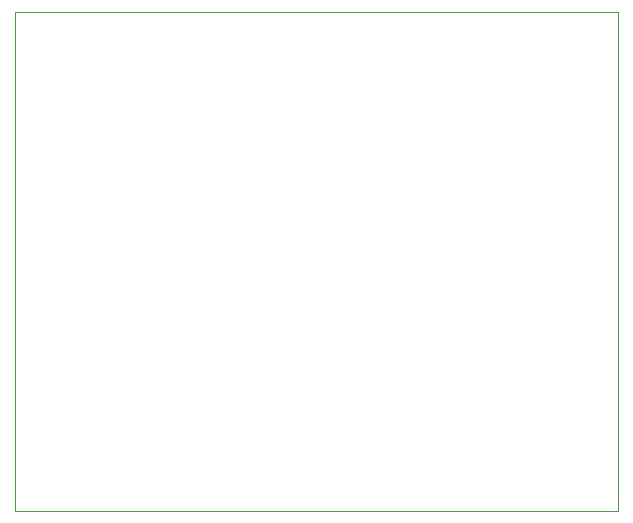
<source format=gbr>
%TF.GenerationSoftware,KiCad,Pcbnew,(6.0.2)*%
%TF.CreationDate,2022-08-16T14:57:48-05:00*%
%TF.ProjectId,REF1300,52454631-3330-4302-9e6b-696361645f70,rev?*%
%TF.SameCoordinates,Original*%
%TF.FileFunction,Profile,NP*%
%FSLAX46Y46*%
G04 Gerber Fmt 4.6, Leading zero omitted, Abs format (unit mm)*
G04 Created by KiCad (PCBNEW (6.0.2)) date 2022-08-16 14:57:48*
%MOMM*%
%LPD*%
G01*
G04 APERTURE LIST*
%TA.AperFunction,Profile*%
%ADD10C,0.002000*%
%TD*%
G04 APERTURE END LIST*
D10*
X171542800Y-120629500D02*
X120512800Y-120629500D01*
X120512800Y-120629500D02*
X120512800Y-78409500D01*
X171542800Y-78409500D02*
X171542800Y-120629500D01*
X120512800Y-78409500D02*
X171542800Y-78409500D01*
M02*

</source>
